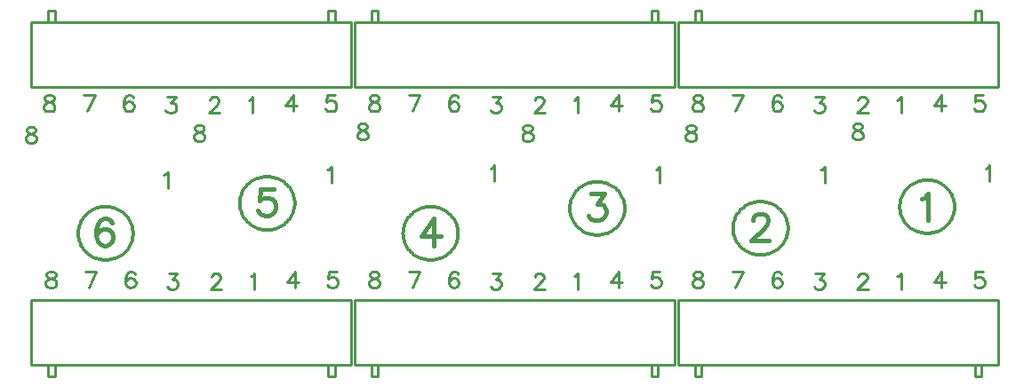
<source format=gto>
G04 DipTrace 3.3.1.3*
G04 patch_panel_RG-45_5e_cat_24-port_TopSilk.gto*
%MOMM*%
G04 #@! TF.FileFunction,Legend,Top*
G04 #@! TF.Part,Single*
%ADD10C,0.25*%
%ADD13C,0.3*%
%ADD27C,0.23529*%
%ADD28C,0.39216*%
%FSLAX35Y35*%
G04*
G71*
G90*
G75*
G01*
G04 TopSilk*
%LPD*%
X6413500Y2730498D2*
D10*
X9461500D1*
Y3349604D2*
Y2730498D1*
Y3349604D2*
X6413500D1*
Y2730498D2*
Y3349604D1*
X6572301Y3460748D2*
Y3365524D1*
Y3460748D1*
X6635699D1*
X6572301D1*
X6635699D2*
Y3365524D1*
Y3460748D1*
X9239301D2*
Y3365524D1*
Y3460748D1*
X9302699D1*
X9239301D1*
X9302699D2*
Y3365524D1*
Y3460748D1*
X9461500Y698502D2*
X6413500D1*
Y79396D2*
Y698502D1*
Y79396D2*
X9461500D1*
Y698502D2*
Y79396D1*
X9302699Y-31748D2*
Y63476D1*
Y-31748D1*
X9239301D1*
X9302699D1*
X9239301D2*
Y63476D1*
Y-31748D1*
X6635699D2*
Y63476D1*
Y-31748D1*
X6572301D1*
X6635699D1*
X6572301D2*
Y63476D1*
Y-31748D1*
X3333750Y2730498D2*
X6381750D1*
Y3349604D2*
Y2730498D1*
Y3349604D2*
X3333750D1*
Y2730498D2*
Y3349604D1*
X3492551Y3460748D2*
Y3365524D1*
Y3460748D1*
X3555949D1*
X3492551D1*
X3555949D2*
Y3365524D1*
Y3460748D1*
X6159551D2*
Y3365524D1*
Y3460748D1*
X6222949D1*
X6159551D1*
X6222949D2*
Y3365524D1*
Y3460748D1*
X6381750Y698502D2*
X3333750D1*
Y79396D2*
Y698502D1*
Y79396D2*
X6381750D1*
Y698502D2*
Y79396D1*
X6222949Y-31748D2*
Y63476D1*
Y-31748D1*
X6159551D1*
X6222949D1*
X6159551D2*
Y63476D1*
Y-31748D1*
X3555949D2*
Y63476D1*
Y-31748D1*
X3492551D1*
X3555949D1*
X3492551D2*
Y63476D1*
Y-31748D1*
X254000Y2730498D2*
X3302000D1*
Y3349604D2*
Y2730498D1*
Y3349604D2*
X254000D1*
Y2730498D2*
Y3349604D1*
X412801Y3460748D2*
Y3365524D1*
Y3460748D1*
X476199D1*
X412801D1*
X476199D2*
Y3365524D1*
Y3460748D1*
X3079801D2*
Y3365524D1*
Y3460748D1*
X3143199D1*
X3079801D1*
X3143199D2*
Y3365524D1*
Y3460748D1*
X3302000Y698502D2*
X254000D1*
Y79396D2*
Y698502D1*
Y79396D2*
X3302000D1*
Y698502D2*
Y79396D1*
X3143199Y-31748D2*
Y63476D1*
Y-31748D1*
X3079801D1*
X3143199D1*
X3079801D2*
Y63476D1*
Y-31748D1*
X476199D2*
Y63476D1*
Y-31748D1*
X412801D1*
X476199D1*
X412801D2*
Y63476D1*
Y-31748D1*
X698500Y1333500D2*
D13*
X699138Y1351218D1*
X701049Y1368850D1*
X704224Y1386310D1*
X708647Y1403512D1*
X714297Y1420373D1*
X721146Y1436811D1*
X729161Y1452746D1*
X738302Y1468099D1*
X748526Y1482797D1*
X759782Y1496768D1*
X772016Y1509943D1*
X785167Y1522259D1*
X799173Y1533655D1*
X813964Y1544076D1*
X829469Y1553470D1*
X845612Y1561794D1*
X862315Y1569005D1*
X879495Y1575068D1*
X897070Y1579955D1*
X914953Y1583641D1*
X933058Y1586109D1*
X951297Y1587345D1*
X969580D1*
X987818Y1586109D1*
X1005923Y1583641D1*
X1023807Y1579955D1*
X1041382Y1575068D1*
X1058562Y1569005D1*
X1075265Y1561794D1*
X1091408Y1553470D1*
X1106912Y1544076D1*
X1121704Y1533655D1*
X1135709Y1522259D1*
X1148861Y1509943D1*
X1161095Y1496768D1*
X1172351Y1482797D1*
X1182575Y1468099D1*
X1191716Y1452746D1*
X1199731Y1436811D1*
X1206580Y1420373D1*
X1212230Y1403512D1*
X1216653Y1386310D1*
X1219828Y1368850D1*
X1221739Y1351218D1*
X1222377Y1333500D1*
X1221739Y1315782D1*
X1219828Y1298150D1*
X1216653Y1280690D1*
X1212230Y1263488D1*
X1206580Y1246627D1*
X1199731Y1230189D1*
X1191716Y1214254D1*
X1182575Y1198901D1*
X1172351Y1184203D1*
X1161095Y1170232D1*
X1148861Y1157057D1*
X1135709Y1144741D1*
X1121704Y1133345D1*
X1106912Y1122924D1*
X1091408Y1113530D1*
X1075265Y1105206D1*
X1058562Y1097995D1*
X1041382Y1091932D1*
X1023807Y1087045D1*
X1005923Y1083359D1*
X987818Y1080891D1*
X969580Y1079655D1*
X951297D1*
X933058Y1080891D1*
X914953Y1083359D1*
X897070Y1087045D1*
X879495Y1091932D1*
X862315Y1097995D1*
X845612Y1105206D1*
X829469Y1113530D1*
X813964Y1122924D1*
X799173Y1133345D1*
X785167Y1144741D1*
X772016Y1157057D1*
X759782Y1170232D1*
X748526Y1184203D1*
X738302Y1198901D1*
X729161Y1214254D1*
X721146Y1230189D1*
X714297Y1246627D1*
X708647Y1263488D1*
X704224Y1280690D1*
X701049Y1298150D1*
X699138Y1315782D1*
X698500Y1333500D1*
X2238377Y1619248D2*
X2239015Y1636967D1*
X2240926Y1654599D1*
X2244101Y1672058D1*
X2248524Y1689261D1*
X2254173Y1706122D1*
X2261022Y1722560D1*
X2269037Y1738495D1*
X2278179Y1753849D1*
X2288402Y1768547D1*
X2299659Y1782517D1*
X2311892Y1795693D1*
X2325044Y1808008D1*
X2339050Y1819404D1*
X2353841Y1829825D1*
X2369346Y1839220D1*
X2385489Y1847544D1*
X2402191Y1854755D1*
X2419372Y1860818D1*
X2436946Y1865705D1*
X2454830Y1869391D1*
X2472935Y1871859D1*
X2491173Y1873095D1*
X2509457D1*
X2527695Y1871859D1*
X2545800Y1869391D1*
X2563684Y1865705D1*
X2581258Y1860818D1*
X2598439Y1854755D1*
X2615141Y1847544D1*
X2631284Y1839220D1*
X2646789Y1829825D1*
X2661580Y1819404D1*
X2675586Y1808008D1*
X2688738Y1795693D1*
X2700971Y1782517D1*
X2712228Y1768547D1*
X2722451Y1753849D1*
X2731593Y1738495D1*
X2739608Y1722560D1*
X2746457Y1706122D1*
X2752106Y1689261D1*
X2756529Y1672058D1*
X2759704Y1654599D1*
X2761615Y1636967D1*
X2762253Y1619248D1*
X2761615Y1601530D1*
X2759704Y1583898D1*
X2756529Y1566438D1*
X2752106Y1549236D1*
X2746457Y1532375D1*
X2739608Y1515937D1*
X2731593Y1500002D1*
X2722451Y1484648D1*
X2712228Y1469950D1*
X2700971Y1455979D1*
X2688738Y1442804D1*
X2675586Y1430488D1*
X2661580Y1419092D1*
X2646789Y1408671D1*
X2631284Y1399276D1*
X2615141Y1390953D1*
X2598439Y1383742D1*
X2581258Y1377678D1*
X2563684Y1372792D1*
X2545800Y1369106D1*
X2527695Y1366638D1*
X2509457Y1365401D1*
X2491173D1*
X2472935Y1366638D1*
X2454830Y1369106D1*
X2436946Y1372792D1*
X2419372Y1377678D1*
X2402191Y1383742D1*
X2385489Y1390953D1*
X2369346Y1399276D1*
X2353841Y1408671D1*
X2339050Y1419092D1*
X2325044Y1430488D1*
X2311892Y1442804D1*
X2299659Y1455979D1*
X2288402Y1469950D1*
X2278179Y1484648D1*
X2269037Y1500002D1*
X2261022Y1515937D1*
X2254173Y1532375D1*
X2248524Y1549236D1*
X2244101Y1566438D1*
X2240926Y1583898D1*
X2239015Y1601530D1*
X2238377Y1619248D1*
X3794127Y1333498D2*
X3794765Y1351217D1*
X3796676Y1368849D1*
X3799851Y1386308D1*
X3804274Y1403511D1*
X3809923Y1420372D1*
X3816772Y1436810D1*
X3824787Y1452745D1*
X3833929Y1468099D1*
X3844152Y1482797D1*
X3855409Y1496767D1*
X3867642Y1509943D1*
X3880794Y1522258D1*
X3894800Y1533654D1*
X3909591Y1544075D1*
X3925096Y1553470D1*
X3941239Y1561794D1*
X3957941Y1569005D1*
X3975122Y1575068D1*
X3992696Y1579955D1*
X4010580Y1583641D1*
X4028685Y1586109D1*
X4046923Y1587345D1*
X4065207D1*
X4083445Y1586109D1*
X4101550Y1583641D1*
X4119434Y1579955D1*
X4137008Y1575068D1*
X4154189Y1569005D1*
X4170891Y1561794D1*
X4187034Y1553470D1*
X4202539Y1544075D1*
X4217330Y1533654D1*
X4231336Y1522258D1*
X4244488Y1509943D1*
X4256721Y1496767D1*
X4267978Y1482797D1*
X4278201Y1468099D1*
X4287343Y1452745D1*
X4295358Y1436810D1*
X4302207Y1420372D1*
X4307856Y1403511D1*
X4312279Y1386308D1*
X4315454Y1368849D1*
X4317365Y1351217D1*
X4318003Y1333498D1*
X4317365Y1315780D1*
X4315454Y1298148D1*
X4312279Y1280688D1*
X4307856Y1263486D1*
X4302207Y1246625D1*
X4295358Y1230187D1*
X4287343Y1214252D1*
X4278201Y1198898D1*
X4267978Y1184200D1*
X4256721Y1170229D1*
X4244488Y1157054D1*
X4231336Y1144738D1*
X4217330Y1133342D1*
X4202539Y1122921D1*
X4187034Y1113526D1*
X4170891Y1105203D1*
X4154189Y1097992D1*
X4137008Y1091928D1*
X4119434Y1087042D1*
X4101550Y1083356D1*
X4083445Y1080888D1*
X4065207Y1079651D1*
X4046923D1*
X4028685Y1080888D1*
X4010580Y1083356D1*
X3992696Y1087042D1*
X3975122Y1091928D1*
X3957941Y1097992D1*
X3941239Y1105203D1*
X3925096Y1113526D1*
X3909591Y1122921D1*
X3894800Y1133342D1*
X3880794Y1144738D1*
X3867642Y1157054D1*
X3855409Y1170229D1*
X3844152Y1184200D1*
X3833929Y1198898D1*
X3824787Y1214252D1*
X3816772Y1230187D1*
X3809923Y1246625D1*
X3804274Y1263486D1*
X3799851Y1280688D1*
X3796676Y1298148D1*
X3794765Y1315780D1*
X3794127Y1333498D1*
X5381627Y1571623D2*
X5382265Y1589341D1*
X5384176Y1606973D1*
X5387351Y1624433D1*
X5391774Y1641635D1*
X5397423Y1658496D1*
X5404272Y1674934D1*
X5412287Y1690869D1*
X5421429Y1706223D1*
X5431652Y1720921D1*
X5442909Y1734891D1*
X5455142Y1748067D1*
X5468294Y1760382D1*
X5482300Y1771778D1*
X5497091Y1782199D1*
X5512596Y1791594D1*
X5528739Y1799917D1*
X5545441Y1807128D1*
X5562622Y1813192D1*
X5580196Y1818078D1*
X5598080Y1821765D1*
X5616185Y1824232D1*
X5634423Y1825469D1*
X5652707D1*
X5670945Y1824232D1*
X5689050Y1821765D1*
X5706934Y1818078D1*
X5724508Y1813192D1*
X5741689Y1807128D1*
X5758391Y1799917D1*
X5774534Y1791594D1*
X5790039Y1782199D1*
X5804830Y1771778D1*
X5818836Y1760382D1*
X5831988Y1748067D1*
X5844221Y1734891D1*
X5855478Y1720921D1*
X5865701Y1706223D1*
X5874843Y1690869D1*
X5882858Y1674934D1*
X5889707Y1658496D1*
X5895356Y1641635D1*
X5899779Y1624433D1*
X5902954Y1606973D1*
X5904865Y1589341D1*
X5905503Y1571623D1*
X5904865Y1553905D1*
X5902954Y1536273D1*
X5899779Y1518814D1*
X5895356Y1501611D1*
X5889707Y1484750D1*
X5882858Y1468312D1*
X5874843Y1452378D1*
X5865701Y1437024D1*
X5855478Y1422326D1*
X5844221Y1408355D1*
X5831988Y1395180D1*
X5818836Y1382865D1*
X5804830Y1371469D1*
X5790039Y1361048D1*
X5774534Y1351653D1*
X5758391Y1343330D1*
X5741689Y1336119D1*
X5724508Y1330055D1*
X5706934Y1325168D1*
X5689050Y1321482D1*
X5670945Y1319015D1*
X5652707Y1317778D1*
X5634423D1*
X5616185Y1319015D1*
X5598080Y1321482D1*
X5580196Y1325168D1*
X5562622Y1330055D1*
X5545441Y1336119D1*
X5528739Y1343330D1*
X5512596Y1351653D1*
X5497091Y1361048D1*
X5482300Y1371469D1*
X5468294Y1382865D1*
X5455142Y1395180D1*
X5442909Y1408355D1*
X5431652Y1422326D1*
X5421429Y1437024D1*
X5412287Y1452378D1*
X5404272Y1468312D1*
X5397423Y1484750D1*
X5391774Y1501611D1*
X5387351Y1518814D1*
X5384176Y1536273D1*
X5382265Y1553905D1*
X5381627Y1571623D1*
X6937377Y1381123D2*
X6938015Y1398841D1*
X6939926Y1416473D1*
X6943101Y1433933D1*
X6947524Y1451135D1*
X6953173Y1467996D1*
X6960022Y1484434D1*
X6968037Y1500369D1*
X6977179Y1515723D1*
X6987402Y1530421D1*
X6998659Y1544391D1*
X7010892Y1557567D1*
X7024044Y1569882D1*
X7038050Y1581278D1*
X7052841Y1591699D1*
X7068346Y1601094D1*
X7084489Y1609417D1*
X7101191Y1616628D1*
X7118372Y1622692D1*
X7135946Y1627578D1*
X7153830Y1631265D1*
X7171935Y1633732D1*
X7190173Y1634969D1*
X7208457D1*
X7226695Y1633732D1*
X7244800Y1631265D1*
X7262684Y1627578D1*
X7280258Y1622692D1*
X7297439Y1616628D1*
X7314141Y1609417D1*
X7330284Y1601094D1*
X7345789Y1591699D1*
X7360580Y1581278D1*
X7374586Y1569882D1*
X7387738Y1557567D1*
X7399971Y1544391D1*
X7411228Y1530421D1*
X7421451Y1515723D1*
X7430593Y1500369D1*
X7438608Y1484434D1*
X7445457Y1467996D1*
X7451106Y1451135D1*
X7455529Y1433933D1*
X7458704Y1416473D1*
X7460615Y1398841D1*
X7461253Y1381123D1*
X7460615Y1363405D1*
X7458704Y1345773D1*
X7455529Y1328314D1*
X7451106Y1311111D1*
X7445457Y1294250D1*
X7438608Y1277812D1*
X7430593Y1261878D1*
X7421451Y1246524D1*
X7411228Y1231826D1*
X7399971Y1217855D1*
X7387738Y1204680D1*
X7374586Y1192365D1*
X7360580Y1180969D1*
X7345789Y1170548D1*
X7330284Y1161153D1*
X7314141Y1152830D1*
X7297439Y1145619D1*
X7280258Y1139555D1*
X7262684Y1134668D1*
X7244800Y1130982D1*
X7226695Y1128515D1*
X7208457Y1127278D1*
X7190173D1*
X7171935Y1128515D1*
X7153830Y1130982D1*
X7135946Y1134668D1*
X7118372Y1139555D1*
X7101191Y1145619D1*
X7084489Y1152830D1*
X7068346Y1161153D1*
X7052841Y1170548D1*
X7038050Y1180969D1*
X7024044Y1192365D1*
X7010892Y1204680D1*
X6998659Y1217855D1*
X6987402Y1231826D1*
X6977179Y1246524D1*
X6968037Y1261878D1*
X6960022Y1277812D1*
X6953173Y1294250D1*
X6947524Y1311111D1*
X6943101Y1328314D1*
X6939926Y1345773D1*
X6938015Y1363405D1*
X6937377Y1381123D1*
X8524877Y1587498D2*
X8525515Y1605217D1*
X8527426Y1622849D1*
X8530601Y1640308D1*
X8535024Y1657511D1*
X8540673Y1674372D1*
X8547522Y1690810D1*
X8555537Y1706745D1*
X8564679Y1722099D1*
X8574902Y1736797D1*
X8586159Y1750767D1*
X8598392Y1763943D1*
X8611544Y1776258D1*
X8625550Y1787654D1*
X8640341Y1798075D1*
X8655846Y1807470D1*
X8671989Y1815794D1*
X8688691Y1823005D1*
X8705872Y1829068D1*
X8723446Y1833955D1*
X8741330Y1837641D1*
X8759435Y1840109D1*
X8777673Y1841345D1*
X8795957D1*
X8814195Y1840109D1*
X8832300Y1837641D1*
X8850184Y1833955D1*
X8867758Y1829068D1*
X8884939Y1823005D1*
X8901641Y1815794D1*
X8917784Y1807470D1*
X8933289Y1798075D1*
X8948080Y1787654D1*
X8962086Y1776258D1*
X8975238Y1763943D1*
X8987471Y1750767D1*
X8998728Y1736797D1*
X9008951Y1722099D1*
X9018093Y1706745D1*
X9026108Y1690810D1*
X9032957Y1674372D1*
X9038606Y1657511D1*
X9043029Y1640308D1*
X9046204Y1622849D1*
X9048115Y1605217D1*
X9048753Y1587498D1*
X9048115Y1569780D1*
X9046204Y1552148D1*
X9043029Y1534688D1*
X9038606Y1517486D1*
X9032957Y1500625D1*
X9026108Y1484187D1*
X9018093Y1468252D1*
X9008951Y1452898D1*
X8998728Y1438200D1*
X8987471Y1424229D1*
X8975238Y1411054D1*
X8962086Y1398738D1*
X8948080Y1387342D1*
X8933289Y1376921D1*
X8917784Y1367526D1*
X8901641Y1359203D1*
X8884939Y1351992D1*
X8867758Y1345928D1*
X8850184Y1341042D1*
X8832300Y1337356D1*
X8814195Y1334888D1*
X8795957Y1333651D1*
X8777673D1*
X8759435Y1334888D1*
X8741330Y1337356D1*
X8723446Y1341042D1*
X8705872Y1345928D1*
X8688691Y1351992D1*
X8671989Y1359203D1*
X8655846Y1367526D1*
X8640341Y1376921D1*
X8625550Y1387342D1*
X8611544Y1398738D1*
X8598392Y1411054D1*
X8586159Y1424229D1*
X8574902Y1438200D1*
X8564679Y1452898D1*
X8555537Y1468252D1*
X8547522Y1484187D1*
X8540673Y1500625D1*
X8535024Y1517486D1*
X8530601Y1534688D1*
X8527426Y1552148D1*
X8525515Y1569780D1*
X8524877Y1587498D1*
X409546Y2650625D2*
D27*
X387814Y2643381D1*
X380402Y2628893D1*
Y2614237D1*
X387814Y2599749D1*
X402302Y2592337D1*
X431446Y2585093D1*
X453346Y2577849D1*
X467833Y2563193D1*
X475077Y2548706D1*
Y2526806D1*
X467833Y2512318D1*
X460590Y2504906D1*
X438690Y2497662D1*
X409546D1*
X387814Y2504906D1*
X380402Y2512318D1*
X373158Y2526806D1*
Y2548706D1*
X380402Y2563193D1*
X395058Y2577849D1*
X416790Y2585093D1*
X445933Y2592337D1*
X460590Y2599749D1*
X467833Y2614237D1*
Y2628893D1*
X460590Y2643381D1*
X438690Y2650625D1*
X409546D1*
X783299Y2497662D2*
X856242Y2650625D1*
X754155D1*
X1222586Y2628893D2*
X1215342Y2643381D1*
X1193442Y2650625D1*
X1178955D1*
X1157055Y2643381D1*
X1142399Y2621481D1*
X1135155Y2585093D1*
Y2548706D1*
X1142399Y2519562D1*
X1157055Y2504906D1*
X1178955Y2497662D1*
X1186199D1*
X1207930Y2504906D1*
X1222586Y2519562D1*
X1229830Y2541462D1*
Y2548706D1*
X1222586Y2570606D1*
X1207930Y2585093D1*
X1186199Y2592337D1*
X1178955D1*
X1157055Y2585093D1*
X1142399Y2570606D1*
X1135155Y2548706D1*
X1546688Y2634748D2*
X1626707D1*
X1583075Y2576460D1*
X1604975D1*
X1619463Y2569217D1*
X1626707Y2561973D1*
X1634119Y2540073D1*
Y2525585D1*
X1626707Y2503685D1*
X1612219Y2489029D1*
X1590319Y2481785D1*
X1568419D1*
X1546688Y2489029D1*
X1539444Y2496441D1*
X1532031Y2510929D1*
X1952194Y2598360D2*
Y2605604D1*
X1959438Y2620260D1*
X1966681Y2627504D1*
X1981338Y2634748D1*
X2010481D1*
X2024969Y2627504D1*
X2032213Y2620260D1*
X2039625Y2605604D1*
Y2591117D1*
X2032213Y2576460D1*
X2017725Y2554729D1*
X1944781Y2481785D1*
X2046869D1*
X2325781Y2605604D2*
X2340438Y2613017D1*
X2362338Y2634748D1*
Y2481785D1*
X2747975Y2497662D2*
Y2650625D1*
X2675031Y2548706D1*
X2784363D1*
X3143463Y2650625D2*
X3070688D1*
X3063444Y2585093D1*
X3070688Y2592337D1*
X3092588Y2599749D1*
X3114319D1*
X3136219Y2592337D1*
X3150875Y2577849D1*
X3158119Y2555949D1*
Y2541462D1*
X3150875Y2519562D1*
X3136219Y2504906D1*
X3114319Y2497662D1*
X3092588D1*
X3070688Y2504906D1*
X3063444Y2512318D1*
X3056031Y2526806D1*
X3505169Y2650625D2*
X3483438Y2643381D1*
X3476025Y2628893D1*
Y2614237D1*
X3483438Y2599749D1*
X3497925Y2592337D1*
X3527069Y2585093D1*
X3548969Y2577849D1*
X3563457Y2563193D1*
X3570701Y2548706D1*
Y2526806D1*
X3563457Y2512318D1*
X3556213Y2504906D1*
X3534313Y2497662D1*
X3505169D1*
X3483438Y2504906D1*
X3476025Y2512318D1*
X3468781Y2526806D1*
Y2548706D1*
X3476025Y2563193D1*
X3490681Y2577849D1*
X3512413Y2585093D1*
X3541557Y2592337D1*
X3556213Y2599749D1*
X3563457Y2614237D1*
Y2628893D1*
X3556213Y2643381D1*
X3534313Y2650625D1*
X3505169D1*
X3878922Y2497662D2*
X3951866Y2650625D1*
X3849778D1*
X4318213Y2628893D2*
X4310969Y2643381D1*
X4289069Y2650625D1*
X4274581D1*
X4252681Y2643381D1*
X4238025Y2621481D1*
X4230781Y2585093D1*
Y2548706D1*
X4238025Y2519562D1*
X4252681Y2504906D1*
X4274581Y2497662D1*
X4281825D1*
X4303557Y2504906D1*
X4318213Y2519562D1*
X4325457Y2541462D1*
Y2548706D1*
X4318213Y2570606D1*
X4303557Y2585093D1*
X4281825Y2592337D1*
X4274581D1*
X4252681Y2585093D1*
X4238025Y2570606D1*
X4230781Y2548706D1*
X4642311Y2634748D2*
X4722330D1*
X4678699Y2576460D1*
X4700599D1*
X4715086Y2569217D1*
X4722330Y2561973D1*
X4729742Y2540073D1*
Y2525585D1*
X4722330Y2503685D1*
X4707842Y2489029D1*
X4685942Y2481785D1*
X4664042D1*
X4642311Y2489029D1*
X4635067Y2496441D1*
X4627655Y2510929D1*
X5047820Y2598360D2*
Y2605604D1*
X5055064Y2620260D1*
X5062308Y2627504D1*
X5076964Y2634748D1*
X5106108D1*
X5120596Y2627504D1*
X5127840Y2620260D1*
X5135252Y2605604D1*
Y2591117D1*
X5127840Y2576460D1*
X5113352Y2554729D1*
X5040408Y2481785D1*
X5142496D1*
X5421405Y2605604D2*
X5436061Y2613017D1*
X5457961Y2634748D1*
Y2481785D1*
X5843602Y2497662D2*
Y2650625D1*
X5770658Y2548706D1*
X5879990D1*
X6239086Y2650625D2*
X6166311D1*
X6159067Y2585093D1*
X6166311Y2592337D1*
X6188211Y2599749D1*
X6209942D1*
X6231842Y2592337D1*
X6246499Y2577849D1*
X6253742Y2555949D1*
Y2541462D1*
X6246499Y2519562D1*
X6231842Y2504906D1*
X6209942Y2497662D1*
X6188211D1*
X6166311Y2504906D1*
X6159067Y2512318D1*
X6151655Y2526806D1*
X6584919Y2650625D2*
X6563188Y2643381D1*
X6555775Y2628893D1*
Y2614237D1*
X6563188Y2599749D1*
X6577675Y2592337D1*
X6606819Y2585093D1*
X6628719Y2577849D1*
X6643207Y2563193D1*
X6650451Y2548706D1*
Y2526806D1*
X6643207Y2512318D1*
X6635963Y2504906D1*
X6614063Y2497662D1*
X6584919D1*
X6563188Y2504906D1*
X6555775Y2512318D1*
X6548531Y2526806D1*
Y2548706D1*
X6555775Y2563193D1*
X6570431Y2577849D1*
X6592163Y2585093D1*
X6621307Y2592337D1*
X6635963Y2599749D1*
X6643207Y2614237D1*
Y2628893D1*
X6635963Y2643381D1*
X6614063Y2650625D1*
X6584919D1*
X6958672Y2497662D2*
X7031616Y2650625D1*
X6929528D1*
X7397963Y2628893D2*
X7390719Y2643381D1*
X7368819Y2650625D1*
X7354331D1*
X7332431Y2643381D1*
X7317775Y2621481D1*
X7310531Y2585093D1*
Y2548706D1*
X7317775Y2519562D1*
X7332431Y2504906D1*
X7354331Y2497662D1*
X7361575D1*
X7383307Y2504906D1*
X7397963Y2519562D1*
X7405207Y2541462D1*
Y2548706D1*
X7397963Y2570606D1*
X7383307Y2585093D1*
X7361575Y2592337D1*
X7354331D1*
X7332431Y2585093D1*
X7317775Y2570606D1*
X7310531Y2548706D1*
X7722061Y2634748D2*
X7802080D1*
X7758449Y2576460D1*
X7780349D1*
X7794836Y2569217D1*
X7802080Y2561973D1*
X7809492Y2540073D1*
Y2525585D1*
X7802080Y2503685D1*
X7787592Y2489029D1*
X7765692Y2481785D1*
X7743792D1*
X7722061Y2489029D1*
X7714817Y2496441D1*
X7707405Y2510929D1*
X8127567Y2598360D2*
Y2605604D1*
X8134811Y2620260D1*
X8142055Y2627504D1*
X8156711Y2634748D1*
X8185855D1*
X8200342Y2627504D1*
X8207586Y2620260D1*
X8214999Y2605604D1*
Y2591117D1*
X8207586Y2576460D1*
X8193099Y2554729D1*
X8120155Y2481785D1*
X8222242D1*
X8501155Y2605604D2*
X8515811Y2613017D1*
X8537711Y2634748D1*
Y2481785D1*
X8923352Y2497662D2*
Y2650625D1*
X8850408Y2548706D1*
X8959740D1*
X9318836Y2650625D2*
X9246061D1*
X9238817Y2585093D1*
X9246061Y2592337D1*
X9267961Y2599749D1*
X9289692D1*
X9311592Y2592337D1*
X9326249Y2577849D1*
X9333492Y2555949D1*
Y2541462D1*
X9326249Y2519562D1*
X9311592Y2504906D1*
X9289692Y2497662D1*
X9267961D1*
X9246061Y2504906D1*
X9238817Y2512318D1*
X9231405Y2526806D1*
X425419Y967875D2*
X403688Y960631D1*
X396275Y946143D1*
Y931487D1*
X403688Y916999D1*
X418175Y909587D1*
X447319Y902343D1*
X469219Y895099D1*
X483707Y880443D1*
X490951Y865956D1*
Y844056D1*
X483707Y829568D1*
X476463Y822156D1*
X454563Y814912D1*
X425419D1*
X403688Y822156D1*
X396275Y829568D1*
X389031Y844056D1*
Y865956D1*
X396275Y880443D1*
X410931Y895099D1*
X432663Y902343D1*
X461807Y909587D1*
X476463Y916999D1*
X483707Y931487D1*
Y946143D1*
X476463Y960631D1*
X454563Y967875D1*
X425419D1*
X799172Y814912D2*
X872116Y967875D1*
X770028D1*
X1238463Y946143D2*
X1231219Y960631D1*
X1209319Y967875D1*
X1194831D1*
X1172931Y960631D1*
X1158275Y938731D1*
X1151031Y902343D1*
Y865956D1*
X1158275Y836812D1*
X1172931Y822156D1*
X1194831Y814912D1*
X1202075D1*
X1223807Y822156D1*
X1238463Y836812D1*
X1245707Y858712D1*
Y865956D1*
X1238463Y887856D1*
X1223807Y902343D1*
X1202075Y909587D1*
X1194831D1*
X1172931Y902343D1*
X1158275Y887856D1*
X1151031Y865956D1*
X1562561Y951998D2*
X1642580D1*
X1598949Y893710D1*
X1620849D1*
X1635336Y886467D1*
X1642580Y879223D1*
X1649992Y857323D1*
Y842835D1*
X1642580Y820935D1*
X1628092Y806279D1*
X1606192Y799035D1*
X1584292D1*
X1562561Y806279D1*
X1555317Y813691D1*
X1547905Y828179D1*
X1968070Y915610D2*
Y922854D1*
X1975314Y937510D1*
X1982558Y944754D1*
X1997214Y951998D1*
X2026358D1*
X2040846Y944754D1*
X2048090Y937510D1*
X2055502Y922854D1*
Y908367D1*
X2048090Y893710D1*
X2033602Y871979D1*
X1960658Y799035D1*
X2062746D1*
X2341655Y922854D2*
X2356311Y930267D1*
X2378211Y951998D1*
Y799035D1*
X2763852Y814912D2*
Y967875D1*
X2690908Y865956D1*
X2800240D1*
X3159336Y967875D2*
X3086561D1*
X3079317Y902343D1*
X3086561Y909587D1*
X3108461Y916999D1*
X3130192D1*
X3152092Y909587D1*
X3166749Y895099D1*
X3173992Y873199D1*
Y858712D1*
X3166749Y836812D1*
X3152092Y822156D1*
X3130192Y814912D1*
X3108461D1*
X3086561Y822156D1*
X3079317Y829568D1*
X3071905Y844056D1*
X3505169Y967875D2*
X3483438Y960631D1*
X3476025Y946143D1*
Y931487D1*
X3483438Y916999D1*
X3497925Y909587D1*
X3527069Y902343D1*
X3548969Y895099D1*
X3563457Y880443D1*
X3570701Y865956D1*
Y844056D1*
X3563457Y829568D1*
X3556213Y822156D1*
X3534313Y814912D1*
X3505169D1*
X3483438Y822156D1*
X3476025Y829568D1*
X3468781Y844056D1*
Y865956D1*
X3476025Y880443D1*
X3490681Y895099D1*
X3512413Y902343D1*
X3541557Y909587D1*
X3556213Y916999D1*
X3563457Y931487D1*
Y946143D1*
X3556213Y960631D1*
X3534313Y967875D1*
X3505169D1*
X3878922Y814912D2*
X3951866Y967875D1*
X3849778D1*
X4318213Y946143D2*
X4310969Y960631D1*
X4289069Y967875D1*
X4274581D1*
X4252681Y960631D1*
X4238025Y938731D1*
X4230781Y902343D1*
Y865956D1*
X4238025Y836812D1*
X4252681Y822156D1*
X4274581Y814912D1*
X4281825D1*
X4303557Y822156D1*
X4318213Y836812D1*
X4325457Y858712D1*
Y865956D1*
X4318213Y887856D1*
X4303557Y902343D1*
X4281825Y909587D1*
X4274581D1*
X4252681Y902343D1*
X4238025Y887856D1*
X4230781Y865956D1*
X4642311Y951998D2*
X4722330D1*
X4678699Y893710D1*
X4700599D1*
X4715086Y886467D1*
X4722330Y879223D1*
X4729742Y857323D1*
Y842835D1*
X4722330Y820935D1*
X4707842Y806279D1*
X4685942Y799035D1*
X4664042D1*
X4642311Y806279D1*
X4635067Y813691D1*
X4627655Y828179D1*
X5047820Y915610D2*
Y922854D1*
X5055064Y937510D1*
X5062308Y944754D1*
X5076964Y951998D1*
X5106108D1*
X5120596Y944754D1*
X5127840Y937510D1*
X5135252Y922854D1*
Y908367D1*
X5127840Y893710D1*
X5113352Y871979D1*
X5040408Y799035D1*
X5142496D1*
X5421405Y922854D2*
X5436061Y930267D1*
X5457961Y951998D1*
Y799035D1*
X5843602Y814912D2*
Y967875D1*
X5770658Y865956D1*
X5879990D1*
X6239086Y967875D2*
X6166311D1*
X6159067Y902343D1*
X6166311Y909587D1*
X6188211Y916999D1*
X6209942D1*
X6231842Y909587D1*
X6246499Y895099D1*
X6253742Y873199D1*
Y858712D1*
X6246499Y836812D1*
X6231842Y822156D1*
X6209942Y814912D1*
X6188211D1*
X6166311Y822156D1*
X6159067Y829568D1*
X6151655Y844056D1*
X6584919Y967875D2*
X6563188Y960631D1*
X6555775Y946143D1*
Y931487D1*
X6563188Y916999D1*
X6577675Y909587D1*
X6606819Y902343D1*
X6628719Y895099D1*
X6643207Y880443D1*
X6650451Y865956D1*
Y844056D1*
X6643207Y829568D1*
X6635963Y822156D1*
X6614063Y814912D1*
X6584919D1*
X6563188Y822156D1*
X6555775Y829568D1*
X6548531Y844056D1*
Y865956D1*
X6555775Y880443D1*
X6570431Y895099D1*
X6592163Y902343D1*
X6621307Y909587D1*
X6635963Y916999D1*
X6643207Y931487D1*
Y946143D1*
X6635963Y960631D1*
X6614063Y967875D1*
X6584919D1*
X6958672Y814912D2*
X7031616Y967875D1*
X6929528D1*
X7397963Y946143D2*
X7390719Y960631D1*
X7368819Y967875D1*
X7354331D1*
X7332431Y960631D1*
X7317775Y938731D1*
X7310531Y902343D1*
Y865956D1*
X7317775Y836812D1*
X7332431Y822156D1*
X7354331Y814912D1*
X7361575D1*
X7383307Y822156D1*
X7397963Y836812D1*
X7405207Y858712D1*
Y865956D1*
X7397963Y887856D1*
X7383307Y902343D1*
X7361575Y909587D1*
X7354331D1*
X7332431Y902343D1*
X7317775Y887856D1*
X7310531Y865956D1*
X7722061Y951998D2*
X7802080D1*
X7758449Y893710D1*
X7780349D1*
X7794836Y886467D1*
X7802080Y879223D1*
X7809492Y857323D1*
Y842835D1*
X7802080Y820935D1*
X7787592Y806279D1*
X7765692Y799035D1*
X7743792D1*
X7722061Y806279D1*
X7714817Y813691D1*
X7707405Y828179D1*
X8127567Y915610D2*
Y922854D1*
X8134811Y937510D1*
X8142055Y944754D1*
X8156711Y951998D1*
X8185855D1*
X8200342Y944754D1*
X8207586Y937510D1*
X8214999Y922854D1*
Y908367D1*
X8207586Y893710D1*
X8193099Y871979D1*
X8120155Y799035D1*
X8222242D1*
X8501155Y922854D2*
X8515811Y930267D1*
X8537711Y951998D1*
Y799035D1*
X8923352Y814912D2*
Y967875D1*
X8850408Y865956D1*
X8959740D1*
X9318836Y967875D2*
X9246061D1*
X9238817Y902343D1*
X9246061Y909587D1*
X9267961Y916999D1*
X9289692D1*
X9311592Y909587D1*
X9326249Y895099D1*
X9333492Y873199D1*
Y858712D1*
X9326249Y836812D1*
X9311592Y822156D1*
X9289692Y814912D1*
X9267961D1*
X9246061Y822156D1*
X9238817Y829568D1*
X9231405Y844056D1*
X234919Y2349001D2*
X213188Y2341758D1*
X205775Y2327270D1*
Y2312614D1*
X213188Y2298126D1*
X227675Y2290714D1*
X256819Y2283470D1*
X278719Y2276226D1*
X293207Y2261570D1*
X300451Y2247082D1*
Y2225182D1*
X293207Y2210695D1*
X285963Y2203282D1*
X264063Y2196038D1*
X234919D1*
X213188Y2203282D1*
X205775Y2210695D1*
X198531Y2225182D1*
Y2247082D1*
X205775Y2261570D1*
X220431Y2276226D1*
X242163Y2283470D1*
X271307Y2290714D1*
X285963Y2298126D1*
X293207Y2312614D1*
Y2327270D1*
X285963Y2341758D1*
X264063Y2349001D1*
X234919D1*
X1516155Y1891228D2*
X1530811Y1898640D1*
X1552711Y1920371D1*
Y1767408D1*
X1838296Y2364878D2*
X1816564Y2357634D1*
X1809152Y2343147D1*
Y2328490D1*
X1816564Y2314003D1*
X1831052Y2306590D1*
X1860196Y2299347D1*
X1882096Y2292103D1*
X1896583Y2277447D1*
X1903827Y2262959D1*
Y2241059D1*
X1896583Y2226571D1*
X1889340Y2219159D1*
X1867440Y2211915D1*
X1838296D1*
X1816564Y2219159D1*
X1809152Y2226571D1*
X1801908Y2241059D1*
Y2262959D1*
X1809152Y2277447D1*
X1823808Y2292103D1*
X1845540Y2299347D1*
X1874683Y2306590D1*
X1889340Y2314003D1*
X1896583Y2328490D1*
Y2343147D1*
X1889340Y2357634D1*
X1867440Y2364878D1*
X1838296D1*
X3071905Y1938851D2*
X3086561Y1946263D1*
X3108461Y1967995D1*
Y1815032D1*
X3394046Y2380751D2*
X3372314Y2373508D1*
X3364902Y2359020D1*
Y2344364D1*
X3372314Y2329876D1*
X3386802Y2322464D1*
X3415946Y2315220D1*
X3437846Y2307976D1*
X3452333Y2293320D1*
X3459577Y2278832D1*
Y2256932D1*
X3452333Y2242445D1*
X3445090Y2235032D1*
X3423190Y2227788D1*
X3394046D1*
X3372314Y2235032D1*
X3364902Y2242445D1*
X3357658Y2256932D1*
Y2278832D1*
X3364902Y2293320D1*
X3379558Y2307976D1*
X3401290Y2315220D1*
X3430433Y2322464D1*
X3445090Y2329876D1*
X3452333Y2344364D1*
Y2359020D1*
X3445090Y2373508D1*
X3423190Y2380751D1*
X3394046D1*
X4627655Y1954728D2*
X4642311Y1962140D1*
X4664211Y1983871D1*
Y1830908D1*
X4965669Y2364878D2*
X4943938Y2357634D1*
X4936525Y2343147D1*
Y2328490D1*
X4943938Y2314003D1*
X4958425Y2306590D1*
X4987569Y2299347D1*
X5009469Y2292103D1*
X5023957Y2277447D1*
X5031201Y2262959D1*
Y2241059D1*
X5023957Y2226571D1*
X5016713Y2219159D1*
X4994813Y2211915D1*
X4965669D1*
X4943938Y2219159D1*
X4936525Y2226571D1*
X4929281Y2241059D1*
Y2262959D1*
X4936525Y2277447D1*
X4951181Y2292103D1*
X4972913Y2299347D1*
X5002057Y2306590D1*
X5016713Y2314003D1*
X5023957Y2328490D1*
Y2343147D1*
X5016713Y2357634D1*
X4994813Y2364878D1*
X4965669D1*
X6199278Y1938851D2*
X6213934Y1946263D1*
X6235834Y1967995D1*
Y1815032D1*
X6521419Y2364878D2*
X6499688Y2357634D1*
X6492275Y2343147D1*
Y2328490D1*
X6499688Y2314003D1*
X6514175Y2306590D1*
X6543319Y2299347D1*
X6565219Y2292103D1*
X6579707Y2277447D1*
X6586951Y2262959D1*
Y2241059D1*
X6579707Y2226571D1*
X6572463Y2219159D1*
X6550563Y2211915D1*
X6521419D1*
X6499688Y2219159D1*
X6492275Y2226571D1*
X6485031Y2241059D1*
Y2262959D1*
X6492275Y2277447D1*
X6506931Y2292103D1*
X6528663Y2299347D1*
X6557807Y2306590D1*
X6572463Y2314003D1*
X6579707Y2328490D1*
Y2343147D1*
X6572463Y2357634D1*
X6550563Y2364878D1*
X6521419D1*
X7770905Y1938851D2*
X7785561Y1946263D1*
X7807461Y1967995D1*
Y1815032D1*
X8108919Y2380751D2*
X8087188Y2373508D1*
X8079775Y2359020D1*
Y2344364D1*
X8087188Y2329876D1*
X8101675Y2322464D1*
X8130819Y2315220D1*
X8152719Y2307976D1*
X8167207Y2293320D1*
X8174451Y2278832D1*
Y2256932D1*
X8167207Y2242445D1*
X8159963Y2235032D1*
X8138063Y2227788D1*
X8108919D1*
X8087188Y2235032D1*
X8079775Y2242445D1*
X8072531Y2256932D1*
Y2278832D1*
X8079775Y2293320D1*
X8094431Y2307976D1*
X8116163Y2315220D1*
X8145307Y2322464D1*
X8159963Y2329876D1*
X8167207Y2344364D1*
Y2359020D1*
X8159963Y2373508D1*
X8138063Y2380751D1*
X8108919D1*
X9342528Y1954728D2*
X9357184Y1962140D1*
X9379084Y1983871D1*
Y1830908D1*
X1018844Y1436833D2*
D28*
X1006771Y1460979D1*
X970271Y1473052D1*
X946125D1*
X909625Y1460979D1*
X885198Y1424479D1*
X873125Y1363833D1*
Y1303187D1*
X885198Y1254614D1*
X909625Y1230187D1*
X946125Y1218114D1*
X958198D1*
X994417Y1230187D1*
X1018844Y1254614D1*
X1030917Y1291114D1*
Y1303187D1*
X1018844Y1339687D1*
X994417Y1363833D1*
X958198Y1375906D1*
X946125D1*
X909625Y1363833D1*
X885198Y1339687D1*
X873125Y1303187D1*
X2558720Y1758799D2*
X2437428D1*
X2425355Y1649580D1*
X2437428Y1661653D1*
X2473928Y1674007D1*
X2510147D1*
X2546647Y1661653D1*
X2571074Y1637507D1*
X2583147Y1601007D1*
Y1576861D1*
X2571074Y1540361D1*
X2546647Y1515934D1*
X2510147Y1503861D1*
X2473928D1*
X2437428Y1515934D1*
X2425355Y1528288D1*
X2413001Y1552434D1*
X4090324Y1218111D2*
Y1473049D1*
X3968751Y1303184D1*
X4150970D1*
X5580678Y1711176D2*
X5714043D1*
X5641324Y1614030D1*
X5677824D1*
X5701970Y1601957D1*
X5714043Y1589883D1*
X5726397Y1553383D1*
Y1529237D1*
X5714043Y1492737D1*
X5689897Y1468310D1*
X5653397Y1456237D1*
X5616897D1*
X5580678Y1468310D1*
X5568605Y1480664D1*
X5556251Y1504810D1*
X7124355Y1460030D2*
Y1472103D1*
X7136428Y1496530D1*
X7148501Y1508603D1*
X7172928Y1520676D1*
X7221501D1*
X7245647Y1508603D1*
X7257720Y1496530D1*
X7270074Y1472103D1*
Y1447957D1*
X7257720Y1423530D1*
X7233574Y1387310D1*
X7112001Y1265737D1*
X7282147D1*
X8731251Y1662603D2*
X8755678Y1674957D1*
X8792178Y1711176D1*
Y1456237D1*
M02*

</source>
